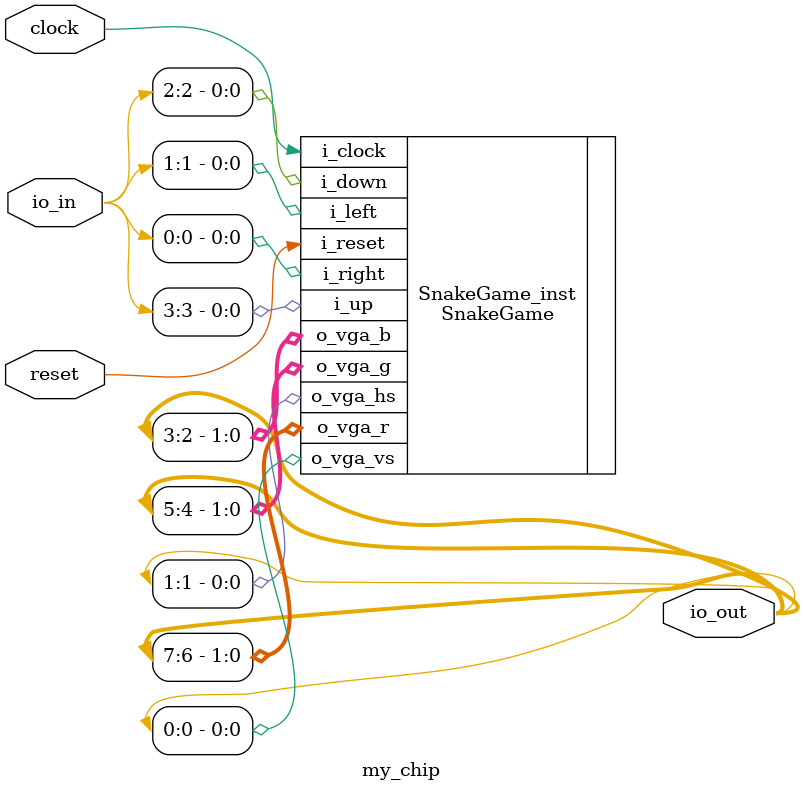
<source format=sv>
`default_nettype none
`include SnakeGame.sv

module my_chip (
  input logic [11:0] io_in, // Inputs to your chip
  output logic [11:0] io_out, // Outputs from your chip
  input logic clock,
  input logic reset // Important: Reset is ACTIVE-HIGH
);

  SnakeGame SnakeGame_inst (
    .i_clock(clock),
    .i_reset(reset),
    .i_up(io_in[3]),
    .i_down(io_in[2]),
    .i_left(io_in[1]),
    .i_right(io_in[0]),
    .o_vga_r(io_out[7:6]),
    .o_vga_g(io_out[5:4]),
    .o_vga_b(io_out[3:2]),
    .o_vga_hs(io_out[1]),
    .o_vga_vs(io_out[0])
  );

endmodule

</source>
